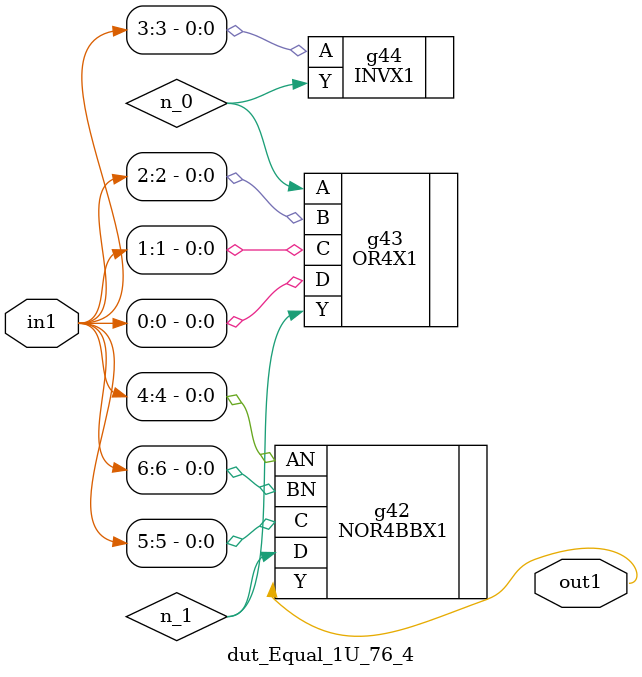
<source format=v>
`timescale 1ps / 1ps


module dut_Equal_1U_76_4(in1, out1);
  input [6:0] in1;
  output out1;
  wire [6:0] in1;
  wire out1;
  wire n_0, n_1;
  NOR4BBX1 g42(.AN (in1[4]), .BN (in1[6]), .C (in1[5]), .D (n_1), .Y
       (out1));
  OR4X1 g43(.A (n_0), .B (in1[2]), .C (in1[1]), .D (in1[0]), .Y (n_1));
  INVX1 g44(.A (in1[3]), .Y (n_0));
endmodule



</source>
